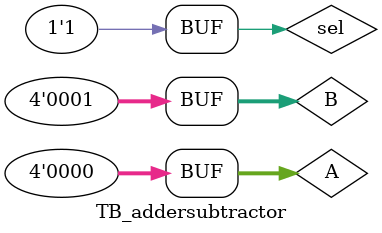
<source format=v>
`timescale 1ns / 1ps

module TB_addersubtractor();
    reg [3:0] A;
    reg [3:0] B;
    reg sel;
    
    wire [3:0] Sum;
    wire Cout;
    
    addersubtractor AS1 (
        .Aa(A),
        .Bb(B),
        .sel(sel),
        .Summ(Sum),
        .Cout(Cout)
    );
    initial
    begin     
        A = 4'b1111;B = 4'b1010;sel = 1;#100;//TestCase 1 15-10 
        A = 4'b0111;B = 4'b0101;sel = 1;#100;//TestCase 2 7-5 
        A = 4'b1111;B = 4'b1111;sel = 1;#100;//TestCase 3 15-15 
        A = 4'b0111;B = 4'b0111;sel = 1;#100;//TestCase 4 7-7
        A = 4'b0101;B = 4'b0111;sel = 1;#100;//TestCase 5 5-7 
        A = 4'b1010;B = 4'b1111;sel = 1;#100;//TestCase 6 10-15    
        A = 4'b0111;B = 4'b0001;sel = 0;#100;//TestCase 1 7+1
        A = 4'b0111;B = 4'b0101;sel = 0;#100;//TestCase 2 7+5
        A = 4'b1111;B = 4'b1111;sel = 0;#100;//TestCase 3 15+15
        A = 4'b0000;B = 4'b0001;sel = 1;#100;//TestCase 4 0-1     
    end
    
endmodule

</source>
